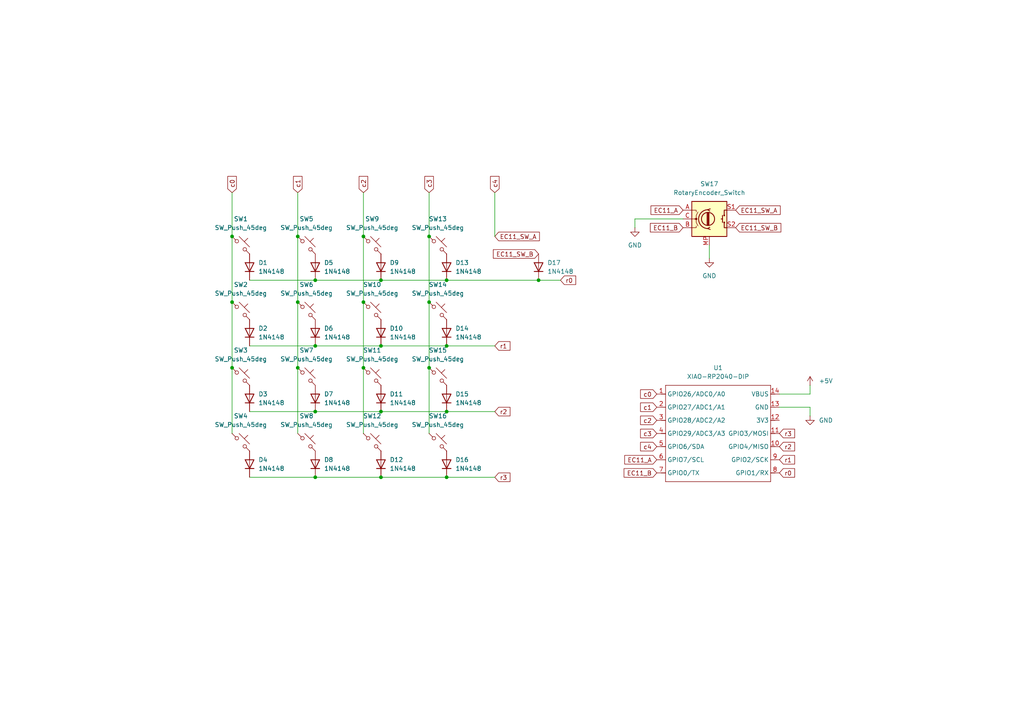
<source format=kicad_sch>
(kicad_sch (version 20250114) (generator "eeschema") (generator_version "9.0")
  (paper "A4")
  (lib_symbols
    (symbol "Device:RotaryEncoder_Switch_MP" (pin_names (offset 0.254) (hide yes))
      (property "Reference" "SW" (at 0 8.89 0))
      (property "Value" "RotaryEncoder_Switch_MP" (at 0 6.35 0))
      (symbol "RotaryEncoder_Switch_MP_0_1"
        (rectangle (start -5.08 5.08) (end 5.08 -5.08) (stroke (width 0.254)) (fill (type background)))
        (polyline (pts (xy -5.08 2.54) (xy -3.81 2.54) (xy -3.81 2.032)))
        (polyline (pts (xy -5.08 0) (xy -3.81 0) (xy -3.81 -1.016) (xy -3.302 -2.032)))
        (polyline (pts (xy -5.08 -2.54) (xy -3.81 -2.54) (xy -3.81 -2.032)))
        (polyline (pts (xy -4.318 0) (xy -3.81 0) (xy -3.81 1.016) (xy -3.302 2.032)))
        (circle (center -3.81 0) (radius 0.254) (fill (type outline)))
        (polyline (pts (xy -0.635 -1.778) (xy -0.635 1.778)) (stroke (width 0.254)))
        (circle (center -0.381 0) (radius 1.905) (stroke (width 0.254)))
        (polyline (pts (xy -0.381 -1.778) (xy -0.381 1.778)) (stroke (width 0.254)))
        (arc (start -0.381 -2.794) (mid -3.0988 -0.0635) (end -0.381 2.667) (stroke (width 0.254)))
        (polyline (pts (xy -0.127 1.778) (xy -0.127 -1.778)) (stroke (width 0.254)))
        (polyline (pts (xy 0.254 2.921) (xy -0.508 2.667) (xy 0.127 2.286)) (stroke (width 0.254)))
        (polyline (pts (xy 0.254 -3.048) (xy -0.508 -2.794) (xy 0.127 -2.413)) (stroke (width 0.254)))
        (polyline (pts (xy 3.81 1.016) (xy 3.81 -1.016)) (stroke (width 0.254)))
        (polyline (pts (xy 3.81 0) (xy 3.429 0)) (stroke (width 0.254)))
        (circle (center 4.318 1.016) (radius 0.127) (stroke (width 0.254)))
        (circle (center 4.318 -1.016) (radius 0.127) (stroke (width 0.254)))
        (polyline (pts (xy 5.08 2.54) (xy 4.318 2.54) (xy 4.318 1.016)) (stroke (width 0.254)))
        (polyline (pts (xy 5.08 -2.54) (xy 4.318 -2.54) (xy 4.318 -1.016)) (stroke (width 0.254)))
      )
      (symbol "RotaryEncoder_Switch_MP_1_1"
        (pin passive line (at -7.62 2.54 0) (length 2.54) (name "A") (number "A"))
        (pin passive line (at -7.62 0 0) (length 2.54) (name "C") (number "C"))
        (pin passive line (at -7.62 -2.54 0) (length 2.54) (name "B") (number "B"))
        (pin passive line (at 0 -7.62 90) (length 2.54) (name "MP") (number "MP"))
        (pin passive line (at 7.62 2.54 180) (length 2.54) (name "S1") (number "S1"))
        (pin passive line (at 7.62 -2.54 180) (length 2.54) (name "S2") (number "S2"))
      )
    )
    (symbol "Diode:1N4148" (pin_numbers (hide yes)) (pin_names (hide yes))
      (property "Reference" "D" (at 0 2.54 0))
      (property "Value" "1N4148" (at 0 -2.54 0))
      (symbol "1N4148_0_1"
        (polyline (pts (xy -1.27 1.27) (xy -1.27 -1.27)) (stroke (width 0.254)))
        (polyline (pts (xy 1.27 1.27) (xy 1.27 -1.27) (xy -1.27 0) (xy 1.27 1.27)) (stroke (width 0.254)))
        (polyline (pts (xy 1.27 0) (xy -1.27 0)))
      )
      (symbol "1N4148_1_1"
        (pin passive line (at -3.81 0 0) (length 2.54) (name "K") (number "1"))
        (pin passive line (at 3.81 0 180) (length 2.54) (name "A") (number "2"))
      )
    )
    (symbol "OPL:XIAO-RP2040-DIP"
      (property "Reference" "U" (at 0 0 0))
      (property "Value" "XIAO-RP2040-DIP" (at 5.334 -1.778 0))
      (symbol "XIAO-RP2040-DIP_1_0"
        (polyline (pts (xy -1.27 -2.54) (xy 29.21 -2.54)) (stroke (width 0.1524)))
        (polyline (pts (xy -1.27 -5.08) (xy -2.54 -5.08)) (stroke (width 0.1524)))
        (polyline (pts (xy -1.27 -5.08) (xy -1.27 -2.54)) (stroke (width 0.1524)))
        (polyline (pts (xy -1.27 -8.89) (xy -2.54 -8.89)) (stroke (width 0.1524)))
        (polyline (pts (xy -1.27 -8.89) (xy -1.27 -5.08)) (stroke (width 0.1524)))
        (polyline (pts (xy -1.27 -12.7) (xy -2.54 -12.7)) (stroke (width 0.1524)))
        (polyline (pts (xy -1.27 -12.7) (xy -1.27 -8.89)) (stroke (width 0.1524)))
        (polyline (pts (xy -1.27 -16.51) (xy -2.54 -16.51)) (stroke (width 0.1524)))
        (polyline (pts (xy -1.27 -16.51) (xy -1.27 -12.7)) (stroke (width 0.1524)))
        (polyline (pts (xy -1.27 -20.32) (xy -2.54 -20.32)) (stroke (width 0.1524)))
        (polyline (pts (xy -1.27 -24.13) (xy -2.54 -24.13)) (stroke (width 0.1524)))
        (polyline (pts (xy -1.27 -27.94) (xy -2.54 -27.94)) (stroke (width 0.1524)))
        (polyline (pts (xy -1.27 -30.48) (xy -1.27 -16.51)) (stroke (width 0.1524)))
        (polyline (pts (xy 29.21 -2.54) (xy 29.21 -5.08)) (stroke (width 0.1524)))
        (polyline (pts (xy 29.21 -5.08) (xy 29.21 -8.89)) (stroke (width 0.1524)))
        (polyline (pts (xy 29.21 -8.89) (xy 29.21 -12.7)) (stroke (width 0.1524)))
        (polyline (pts (xy 29.21 -12.7) (xy 29.21 -30.48)) (stroke (width 0.1524)))
        (polyline (pts (xy 29.21 -30.48) (xy -1.27 -30.48)) (stroke (width 0.1524)))
        (polyline (pts (xy 30.48 -5.08) (xy 29.21 -5.08)) (stroke (width 0.1524)))
        (polyline (pts (xy 30.48 -8.89) (xy 29.21 -8.89)) (stroke (width 0.1524)))
        (polyline (pts (xy 30.48 -12.7) (xy 29.21 -12.7)) (stroke (width 0.1524)))
        (polyline (pts (xy 30.48 -16.51) (xy 29.21 -16.51)) (stroke (width 0.1524)))
        (polyline (pts (xy 30.48 -20.32) (xy 29.21 -20.32)) (stroke (width 0.1524)))
        (polyline (pts (xy 30.48 -24.13) (xy 29.21 -24.13)) (stroke (width 0.1524)))
        (polyline (pts (xy 30.48 -27.94) (xy 29.21 -27.94)) (stroke (width 0.1524)))
        (pin passive line (at -3.81 -5.08 0) (length 2.54) (name "GPIO26/ADC0/A0") (number "1"))
        (pin passive line (at -3.81 -8.89 0) (length 2.54) (name "GPIO27/ADC1/A1") (number "2"))
        (pin passive line (at -3.81 -12.7 0) (length 2.54) (name "GPIO28/ADC2/A2") (number "3"))
        (pin passive line (at -3.81 -16.51 0) (length 2.54) (name "GPIO29/ADC3/A3") (number "4"))
        (pin passive line (at -3.81 -20.32 0) (length 2.54) (name "GPIO6/SDA") (number "5"))
        (pin passive line (at -3.81 -24.13 0) (length 2.54) (name "GPIO7/SCL") (number "6"))
        (pin passive line (at -3.81 -27.94 0) (length 2.54) (name "GPIO0/TX") (number "7"))
        (pin passive line (at 31.75 -5.08 180) (length 2.54) (name "VBUS") (number "14"))
        (pin passive line (at 31.75 -8.89 180) (length 2.54) (name "GND") (number "13"))
        (pin passive line (at 31.75 -12.7 180) (length 2.54) (name "3V3") (number "12"))
        (pin passive line (at 31.75 -16.51 180) (length 2.54) (name "GPIO3/MOSI") (number "11"))
        (pin passive line (at 31.75 -20.32 180) (length 2.54) (name "GPIO4/MISO") (number "10"))
        (pin passive line (at 31.75 -24.13 180) (length 2.54) (name "GPIO2/SCK") (number "9"))
        (pin passive line (at 31.75 -27.94 180) (length 2.54) (name "GPIO1/RX") (number "8"))
      )
    )
    (symbol "Switch:SW_Push_45deg" (pin_numbers (hide yes)) (pin_names (offset 1.016) (hide yes))
      (property "Reference" "SW" (at 3.048 1.016 0))
      (property "Value" "SW_Push_45deg" (at 0 -3.81 0))
      (symbol "SW_Push_45deg_0_1"
        (polyline (pts (xy -2.54 2.54) (xy -1.524 1.524) (xy -1.524 1.524)))
        (circle (center -1.1684 1.1684) (radius 0.508))
        (polyline (pts (xy -0.508 2.54) (xy 2.54 -0.508)))
        (polyline (pts (xy 1.016 1.016) (xy 2.032 2.032)))
        (circle (center 1.143 -1.1938) (radius 0.508))
        (polyline (pts (xy 1.524 -1.524) (xy 2.54 -2.54) (xy 2.54 -2.54) (xy 2.54 -2.54)))
        (pin passive line (at -2.54 2.54 0) (length 0) (name "1") (number "1"))
        (pin passive line (at 2.54 -2.54 180) (length 0) (name "2") (number "2"))
      )
    )
    (symbol "power:+5V" (power) (pin_numbers (hide yes)) (pin_names (offset 0) (hide yes))
      (property "Value" "+5V" (at 0 3.556 0))
      (symbol "+5V_0_1"
        (polyline (pts (xy -0.762 1.27) (xy 0 2.54)))
        (polyline (pts (xy 0 2.54) (xy 0.762 1.27)))
        (polyline (pts (xy 0 0) (xy 0 2.54)))
      )
      (symbol "+5V_1_1"
        (pin power_in line (at 0 0 90) (length 0) (name "~") (number "1"))
      )
    )
    (symbol "power:GND" (power) (pin_numbers (hide yes)) (pin_names (offset 0) (hide yes))
      (property "Value" "GND" (at 0 -3.81 0))
      (symbol "GND_0_1"
        (polyline (pts (xy 0 0) (xy 0 -1.27) (xy 1.27 -1.27) (xy 0 -2.54) (xy -1.27 -1.27) (xy 0 -1.27)))
      )
      (symbol "GND_1_1"
        (pin power_in line (at 0 0 270) (length 0) (name "~") (number "1"))
      )
    )
  )
  (junction (at 129.54 138.43))
  (junction (at 67.31 87.63))
  (junction (at 110.49 138.43))
  (junction (at 129.54 119.38))
  (junction (at 156.21 81.28))
  (junction (at 91.44 100.33))
  (junction (at 124.46 87.63))
  (junction (at 91.44 81.28))
  (junction (at 91.44 138.43))
  (junction (at 105.41 68.58))
  (junction (at 105.41 87.63))
  (junction (at 110.49 119.38))
  (junction (at 67.31 106.68))
  (junction (at 86.36 87.63))
  (junction (at 105.41 106.68))
  (junction (at 110.49 100.33))
  (junction (at 86.36 68.58))
  (junction (at 129.54 100.33))
  (junction (at 67.31 68.58))
  (junction (at 124.46 68.58))
  (junction (at 129.54 81.28))
  (junction (at 124.46 106.68))
  (junction (at 110.49 81.28))
  (junction (at 91.44 119.38))
  (junction (at 86.36 106.68))
  (wire (pts (xy 226.06 118.11) (xy 234.95 118.11)))
  (wire (pts (xy 91.44 100.33) (xy 110.49 100.33)))
  (wire (pts (xy 105.41 106.68) (xy 105.41 125.73)))
  (wire (pts (xy 72.39 119.38) (xy 91.44 119.38)))
  (wire (pts (xy 91.44 138.43) (xy 110.49 138.43)))
  (wire (pts (xy 86.36 106.68) (xy 86.36 125.73)))
  (wire (pts (xy 110.49 81.28) (xy 129.54 81.28)))
  (wire (pts (xy 110.49 138.43) (xy 129.54 138.43)))
  (wire (pts (xy 86.36 87.63) (xy 86.36 106.68)))
  (wire (pts (xy 234.95 111.76) (xy 234.95 114.3)))
  (wire (pts (xy 67.31 106.68) (xy 67.31 125.73)))
  (wire (pts (xy 129.54 119.38) (xy 143.51 119.38)))
  (wire (pts (xy 234.95 118.11) (xy 234.95 120.65)))
  (wire (pts (xy 91.44 119.38) (xy 110.49 119.38)))
  (wire (pts (xy 124.46 55.88) (xy 124.46 68.58)))
  (wire (pts (xy 110.49 100.33) (xy 129.54 100.33)))
  (wire (pts (xy 226.06 114.3) (xy 234.95 114.3)))
  (wire (pts (xy 72.39 100.33) (xy 91.44 100.33)))
  (wire (pts (xy 184.15 63.5) (xy 184.15 66.04)))
  (wire (pts (xy 124.46 68.58) (xy 124.46 87.63)))
  (wire (pts (xy 67.31 55.88) (xy 67.31 68.58)))
  (wire (pts (xy 129.54 81.28) (xy 156.21 81.28)))
  (wire (pts (xy 124.46 106.68) (xy 124.46 125.73)))
  (wire (pts (xy 67.31 87.63) (xy 67.31 106.68)))
  (wire (pts (xy 72.39 138.43) (xy 91.44 138.43)))
  (wire (pts (xy 184.15 63.5) (xy 198.12 63.5)))
  (wire (pts (xy 129.54 138.43) (xy 143.51 138.43)))
  (wire (pts (xy 124.46 87.63) (xy 124.46 106.68)))
  (wire (pts (xy 72.39 81.28) (xy 91.44 81.28)))
  (wire (pts (xy 205.74 71.12) (xy 205.74 74.93)))
  (wire (pts (xy 67.31 68.58) (xy 67.31 87.63)))
  (wire (pts (xy 105.41 68.58) (xy 105.41 87.63)))
  (wire (pts (xy 86.36 55.88) (xy 86.36 68.58)))
  (wire (pts (xy 156.21 81.28) (xy 162.56 81.28)))
  (wire (pts (xy 143.51 55.88) (xy 143.51 68.58)))
  (wire (pts (xy 105.41 55.88) (xy 105.41 68.58)))
  (wire (pts (xy 129.54 100.33) (xy 143.51 100.33)))
  (wire (pts (xy 86.36 68.58) (xy 86.36 87.63)))
  (wire (pts (xy 105.41 87.63) (xy 105.41 106.68)))
  (wire (pts (xy 91.44 81.28) (xy 110.49 81.28)))
  (wire (pts (xy 110.49 119.38) (xy 129.54 119.38)))
  (global_label "r1" (shape input) (at 226.06 133.35 0) (property "Intersheetrefs" "${INTERSHEET_REFS}" (effects (hide yes))))
  (global_label "c0" (shape input) (at 67.31 55.88 90) (property "Intersheetrefs" "${INTERSHEET_REFS}" (effects (hide yes))))
  (global_label "r2" (shape input) (at 226.06 129.54 0) (property "Intersheetrefs" "${INTERSHEET_REFS}" (effects (hide yes))))
  (global_label "c2" (shape input) (at 190.5 121.92 180) (property "Intersheetrefs" "${INTERSHEET_REFS}" (effects (hide yes))))
  (global_label "c2" (shape input) (at 105.41 55.88 90) (property "Intersheetrefs" "${INTERSHEET_REFS}" (effects (hide yes))))
  (global_label "c4" (shape input) (at 143.51 55.88 90) (property "Intersheetrefs" "${INTERSHEET_REFS}" (effects (hide yes))))
  (global_label "c1" (shape input) (at 86.36 55.88 90) (property "Intersheetrefs" "${INTERSHEET_REFS}" (effects (hide yes))))
  (global_label "EC11_B" (shape input) (at 198.12 66.04 180) (property "Intersheetrefs" "${INTERSHEET_REFS}" (effects (hide yes))))
  (global_label "r3" (shape input) (at 143.51 138.43 0) (property "Intersheetrefs" "${INTERSHEET_REFS}" (effects (hide yes))))
  (global_label "r3" (shape input) (at 226.06 125.73 0) (property "Intersheetrefs" "${INTERSHEET_REFS}" (effects (hide yes))))
  (global_label "EC11_A" (shape input) (at 198.12 60.96 180) (property "Intersheetrefs" "${INTERSHEET_REFS}" (effects (hide yes))))
  (global_label "EC11_SW_A" (shape input) (at 143.51 68.58 0) (property "Intersheetrefs" "${INTERSHEET_REFS}" (effects (hide yes))))
  (global_label "EC11_A" (shape input) (at 190.5 133.35 180) (property "Intersheetrefs" "${INTERSHEET_REFS}" (effects (hide yes))))
  (global_label "r2" (shape input) (at 143.51 119.38 0) (property "Intersheetrefs" "${INTERSHEET_REFS}" (effects (hide yes))))
  (global_label "EC11_SW_B" (shape input) (at 213.36 66.04 0) (property "Intersheetrefs" "${INTERSHEET_REFS}" (effects (hide yes))))
  (global_label "EC11_B" (shape input) (at 190.5 137.16 180) (property "Intersheetrefs" "${INTERSHEET_REFS}" (effects (hide yes))))
  (global_label "EC11_SW_A" (shape input) (at 213.36 60.96 0) (property "Intersheetrefs" "${INTERSHEET_REFS}" (effects (hide yes))))
  (global_label "r1" (shape input) (at 143.51 100.33 0) (property "Intersheetrefs" "${INTERSHEET_REFS}" (effects (hide yes))))
  (global_label "c3" (shape input) (at 124.46 55.88 90) (property "Intersheetrefs" "${INTERSHEET_REFS}" (effects (hide yes))))
  (global_label "r0" (shape input) (at 226.06 137.16 0) (property "Intersheetrefs" "${INTERSHEET_REFS}" (effects (hide yes))))
  (global_label "r0" (shape input) (at 162.56 81.28 0) (property "Intersheetrefs" "${INTERSHEET_REFS}" (effects (hide yes))))
  (global_label "EC11_SW_B" (shape input) (at 156.21 73.66 180) (property "Intersheetrefs" "${INTERSHEET_REFS}" (effects (hide yes))))
  (global_label "c1" (shape input) (at 190.5 118.11 180) (property "Intersheetrefs" "${INTERSHEET_REFS}" (effects (hide yes))))
  (global_label "c3" (shape input) (at 190.5 125.73 180) (property "Intersheetrefs" "${INTERSHEET_REFS}" (effects (hide yes))))
  (global_label "c0" (shape input) (at 190.5 114.3 180) (property "Intersheetrefs" "${INTERSHEET_REFS}" (effects (hide yes))))
  (global_label "c4" (shape input) (at 190.5 129.54 180) (property "Intersheetrefs" "${INTERSHEET_REFS}" (effects (hide yes))))
  (symbol (lib_id "Switch:SW_Push_45deg") (at 69.85 128.27 0) (unit 1)
    (property "Reference" "SW4" (at 69.85 120.65 0))
    (property "Value" "SW_Push_45deg" (at 69.85 123.19 0))
    (property "Footprint" "Button_Switch_Keyboard:SW_Cherry_MX_1.00u_PCB" (effects (hide yes)))
    (property "Description" "Push button switch, normally open, two pins, 45° tilted" (effects (hide yes)))
  )
  (symbol (lib_id "Switch:SW_Push_45deg") (at 127 90.17 0) (unit 1)
    (property "Reference" "SW14" (at 127 82.55 0))
    (property "Value" "SW_Push_45deg" (at 127 85.09 0))
    (property "Footprint" "Button_Switch_Keyboard:SW_Cherry_MX_1.00u_PCB" (effects (hide yes)))
    (property "Description" "Push button switch, normally open, two pins, 45° tilted" (effects (hide yes)))
  )
  (symbol (lib_id "Diode:1N4148") (at 91.44 77.47 90) (unit 1)
    (property "Reference" "D5" (at 93.98 76.1999 90) (effects (justify right)))
    (property "Value" "1N4148" (at 93.98 78.7399 90) (effects (justify right)))
    (property "Footprint" "Diode_THT:D_DO-35_SOD27_P7.62mm_Horizontal" (effects (hide yes)))
    (property "Datasheet" "https://assets.nexperia.com/documents/data-sheet/1N4148_1N4448.pdf" (effects (hide yes)))
    (property "Description" "100V 0.15A standard switching diode, DO-35" (effects (hide yes)))
    (property "Sim.Device" "D" (effects (hide yes)))
    (property "Sim.Pins" "1=K 2=A" (effects (hide yes)))
  )
  (symbol (lib_id "Diode:1N4148") (at 129.54 96.52 90) (unit 1)
    (property "Reference" "D14" (at 132.08 95.2499 90) (effects (justify right)))
    (property "Value" "1N4148" (at 132.08 97.7899 90) (effects (justify right)))
    (property "Footprint" "Diode_THT:D_DO-35_SOD27_P7.62mm_Horizontal" (effects (hide yes)))
    (property "Datasheet" "https://assets.nexperia.com/documents/data-sheet/1N4148_1N4448.pdf" (effects (hide yes)))
    (property "Description" "100V 0.15A standard switching diode, DO-35" (effects (hide yes)))
    (property "Sim.Device" "D" (effects (hide yes)))
    (property "Sim.Pins" "1=K 2=A" (effects (hide yes)))
  )
  (symbol (lib_id "OPL:XIAO-RP2040-DIP") (at 194.31 109.22 0) (unit 1)
    (property "Reference" "U1" (at 208.28 106.68 0))
    (property "Value" "XIAO-RP2040-DIP" (at 208.28 109.22 0))
    (property "Footprint" "OPL:XIAO-RP2040-DIP" (effects (hide yes)))
  )
  (symbol (lib_id "power:+5V") (at 234.95 111.76 0) (unit 1)
    (property "Reference" "#PWR01" (effects (hide yes)))
    (property "Value" "+5V" (at 237.49 110.4899 0) (effects (justify left)))
    (property "Description" "Power symbol creates a global label with name \"+5V\"" (effects (hide yes)))
  )
  (symbol (lib_id "Diode:1N4148") (at 91.44 134.62 90) (unit 1)
    (property "Reference" "D8" (at 93.98 133.3499 90) (effects (justify right)))
    (property "Value" "1N4148" (at 93.98 135.8899 90) (effects (justify right)))
    (property "Footprint" "Diode_THT:D_DO-35_SOD27_P7.62mm_Horizontal" (effects (hide yes)))
    (property "Datasheet" "https://assets.nexperia.com/documents/data-sheet/1N4148_1N4448.pdf" (effects (hide yes)))
    (property "Description" "100V 0.15A standard switching diode, DO-35" (effects (hide yes)))
    (property "Sim.Device" "D" (effects (hide yes)))
    (property "Sim.Pins" "1=K 2=A" (effects (hide yes)))
  )
  (symbol (lib_id "Switch:SW_Push_45deg") (at 107.95 71.12 0) (unit 1)
    (property "Reference" "SW9" (at 107.95 63.5 0))
    (property "Value" "SW_Push_45deg" (at 107.95 66.04 0))
    (property "Footprint" "Button_Switch_Keyboard:SW_Cherry_MX_1.00u_PCB" (effects (hide yes)))
    (property "Description" "Push button switch, normally open, two pins, 45° tilted" (effects (hide yes)))
  )
  (symbol (lib_id "Diode:1N4148") (at 129.54 115.57 90) (unit 1)
    (property "Reference" "D15" (at 132.08 114.2999 90) (effects (justify right)))
    (property "Value" "1N4148" (at 132.08 116.8399 90) (effects (justify right)))
    (property "Footprint" "Diode_THT:D_DO-35_SOD27_P7.62mm_Horizontal" (effects (hide yes)))
    (property "Datasheet" "https://assets.nexperia.com/documents/data-sheet/1N4148_1N4448.pdf" (effects (hide yes)))
    (property "Description" "100V 0.15A standard switching diode, DO-35" (effects (hide yes)))
    (property "Sim.Device" "D" (effects (hide yes)))
    (property "Sim.Pins" "1=K 2=A" (effects (hide yes)))
  )
  (symbol (lib_id "Switch:SW_Push_45deg") (at 127 128.27 0) (unit 1)
    (property "Reference" "SW16" (at 127 120.65 0))
    (property "Value" "SW_Push_45deg" (at 127 123.19 0))
    (property "Footprint" "Button_Switch_Keyboard:SW_Cherry_MX_1.00u_PCB" (effects (hide yes)))
    (property "Description" "Push button switch, normally open, two pins, 45° tilted" (effects (hide yes)))
  )
  (symbol (lib_id "Switch:SW_Push_45deg") (at 127 71.12 0) (unit 1)
    (property "Reference" "SW13" (at 127 63.5 0))
    (property "Value" "SW_Push_45deg" (at 127 66.04 0))
    (property "Footprint" "Button_Switch_Keyboard:SW_Cherry_MX_1.00u_PCB" (effects (hide yes)))
    (property "Description" "Push button switch, normally open, two pins, 45° tilted" (effects (hide yes)))
  )
  (symbol (lib_id "Device:RotaryEncoder_Switch_MP") (at 205.74 63.5 0) (unit 1)
    (property "Reference" "SW17" (at 205.74 53.34 0))
    (property "Value" "RotaryEncoder_Switch" (at 205.74 55.88 0))
    (property "Footprint" "Rotary Encoders:RotaryEncoder_Alps_EC11E-Switch_Vertical_H20mm" (effects (hide yes)))
    (property "Description" "Rotary encoder, dual channel, incremental quadrate outputs, with switch and MP Pin" (effects (hide yes)))
  )
  (symbol (lib_id "Diode:1N4148") (at 72.39 115.57 90) (unit 1)
    (property "Reference" "D3" (at 74.93 114.2999 90) (effects (justify right)))
    (property "Value" "1N4148" (at 74.93 116.8399 90) (effects (justify right)))
    (property "Footprint" "Diode_THT:D_DO-35_SOD27_P7.62mm_Horizontal" (effects (hide yes)))
    (property "Datasheet" "https://assets.nexperia.com/documents/data-sheet/1N4148_1N4448.pdf" (effects (hide yes)))
    (property "Description" "100V 0.15A standard switching diode, DO-35" (effects (hide yes)))
    (property "Sim.Device" "D" (effects (hide yes)))
    (property "Sim.Pins" "1=K 2=A" (effects (hide yes)))
  )
  (symbol (lib_id "Switch:SW_Push_45deg") (at 69.85 90.17 0) (unit 1)
    (property "Reference" "SW2" (at 69.85 82.55 0))
    (property "Value" "SW_Push_45deg" (at 69.85 85.09 0))
    (property "Footprint" "Button_Switch_Keyboard:SW_Cherry_MX_1.00u_PCB" (effects (hide yes)))
    (property "Description" "Push button switch, normally open, two pins, 45° tilted" (effects (hide yes)))
  )
  (symbol (lib_id "Switch:SW_Push_45deg") (at 107.95 90.17 0) (unit 1)
    (property "Reference" "SW10" (at 107.95 82.55 0))
    (property "Value" "SW_Push_45deg" (at 107.95 85.09 0))
    (property "Footprint" "Button_Switch_Keyboard:SW_Cherry_MX_1.00u_PCB" (effects (hide yes)))
    (property "Description" "Push button switch, normally open, two pins, 45° tilted" (effects (hide yes)))
  )
  (symbol (lib_id "Diode:1N4148") (at 72.39 134.62 90) (unit 1)
    (property "Reference" "D4" (at 74.93 133.3499 90) (effects (justify right)))
    (property "Value" "1N4148" (at 74.93 135.8899 90) (effects (justify right)))
    (property "Footprint" "Diode_THT:D_DO-35_SOD27_P7.62mm_Horizontal" (effects (hide yes)))
    (property "Datasheet" "https://assets.nexperia.com/documents/data-sheet/1N4148_1N4448.pdf" (effects (hide yes)))
    (property "Description" "100V 0.15A standard switching diode, DO-35" (effects (hide yes)))
    (property "Sim.Device" "D" (effects (hide yes)))
    (property "Sim.Pins" "1=K 2=A" (effects (hide yes)))
  )
  (symbol (lib_id "Switch:SW_Push_45deg") (at 69.85 71.12 0) (unit 1)
    (property "Reference" "SW1" (at 69.85 63.5 0))
    (property "Value" "SW_Push_45deg" (at 69.85 66.04 0))
    (property "Footprint" "Button_Switch_Keyboard:SW_Cherry_MX_1.00u_PCB" (effects (hide yes)))
    (property "Description" "Push button switch, normally open, two pins, 45° tilted" (effects (hide yes)))
  )
  (symbol (lib_id "Switch:SW_Push_45deg") (at 107.95 109.22 0) (unit 1)
    (property "Reference" "SW11" (at 107.95 101.6 0))
    (property "Value" "SW_Push_45deg" (at 107.95 104.14 0))
    (property "Footprint" "Button_Switch_Keyboard:SW_Cherry_MX_1.00u_PCB" (effects (hide yes)))
    (property "Description" "Push button switch, normally open, two pins, 45° tilted" (effects (hide yes)))
  )
  (symbol (lib_id "Switch:SW_Push_45deg") (at 88.9 128.27 0) (unit 1)
    (property "Reference" "SW8" (at 88.9 120.65 0))
    (property "Value" "SW_Push_45deg" (at 88.9 123.19 0))
    (property "Footprint" "Button_Switch_Keyboard:SW_Cherry_MX_1.00u_PCB" (effects (hide yes)))
    (property "Description" "Push button switch, normally open, two pins, 45° tilted" (effects (hide yes)))
  )
  (symbol (lib_id "Diode:1N4148") (at 129.54 77.47 90) (unit 1)
    (property "Reference" "D13" (at 132.08 76.1999 90) (effects (justify right)))
    (property "Value" "1N4148" (at 132.08 78.7399 90) (effects (justify right)))
    (property "Footprint" "Diode_THT:D_DO-35_SOD27_P7.62mm_Horizontal" (effects (hide yes)))
    (property "Datasheet" "https://assets.nexperia.com/documents/data-sheet/1N4148_1N4448.pdf" (effects (hide yes)))
    (property "Description" "100V 0.15A standard switching diode, DO-35" (effects (hide yes)))
    (property "Sim.Device" "D" (effects (hide yes)))
    (property "Sim.Pins" "1=K 2=A" (effects (hide yes)))
  )
  (symbol (lib_id "power:GND") (at 205.74 74.93 0) (unit 1)
    (property "Reference" "#PWR04" (effects (hide yes)))
    (property "Value" "GND" (at 205.74 80.01 0))
    (property "Description" "Power symbol creates a global label with name \"GND\" , ground" (effects (hide yes)))
  )
  (symbol (lib_id "Diode:1N4148") (at 91.44 115.57 90) (unit 1)
    (property "Reference" "D7" (at 93.98 114.2999 90) (effects (justify right)))
    (property "Value" "1N4148" (at 93.98 116.8399 90) (effects (justify right)))
    (property "Footprint" "Diode_THT:D_DO-35_SOD27_P7.62mm_Horizontal" (effects (hide yes)))
    (property "Datasheet" "https://assets.nexperia.com/documents/data-sheet/1N4148_1N4448.pdf" (effects (hide yes)))
    (property "Description" "100V 0.15A standard switching diode, DO-35" (effects (hide yes)))
    (property "Sim.Device" "D" (effects (hide yes)))
    (property "Sim.Pins" "1=K 2=A" (effects (hide yes)))
  )
  (symbol (lib_id "Diode:1N4148") (at 129.54 134.62 90) (unit 1)
    (property "Reference" "D16" (at 132.08 133.3499 90) (effects (justify right)))
    (property "Value" "1N4148" (at 132.08 135.8899 90) (effects (justify right)))
    (property "Footprint" "Diode_THT:D_DO-35_SOD27_P7.62mm_Horizontal" (effects (hide yes)))
    (property "Datasheet" "https://assets.nexperia.com/documents/data-sheet/1N4148_1N4448.pdf" (effects (hide yes)))
    (property "Description" "100V 0.15A standard switching diode, DO-35" (effects (hide yes)))
    (property "Sim.Device" "D" (effects (hide yes)))
    (property "Sim.Pins" "1=K 2=A" (effects (hide yes)))
  )
  (symbol (lib_id "Diode:1N4148") (at 110.49 134.62 90) (unit 1)
    (property "Reference" "D12" (at 113.03 133.3499 90) (effects (justify right)))
    (property "Value" "1N4148" (at 113.03 135.8899 90) (effects (justify right)))
    (property "Footprint" "Diode_THT:D_DO-35_SOD27_P7.62mm_Horizontal" (effects (hide yes)))
    (property "Datasheet" "https://assets.nexperia.com/documents/data-sheet/1N4148_1N4448.pdf" (effects (hide yes)))
    (property "Description" "100V 0.15A standard switching diode, DO-35" (effects (hide yes)))
    (property "Sim.Device" "D" (effects (hide yes)))
    (property "Sim.Pins" "1=K 2=A" (effects (hide yes)))
  )
  (symbol (lib_id "Diode:1N4148") (at 72.39 96.52 90) (unit 1)
    (property "Reference" "D2" (at 74.93 95.2499 90) (effects (justify right)))
    (property "Value" "1N4148" (at 74.93 97.7899 90) (effects (justify right)))
    (property "Footprint" "Diode_THT:D_DO-35_SOD27_P7.62mm_Horizontal" (effects (hide yes)))
    (property "Datasheet" "https://assets.nexperia.com/documents/data-sheet/1N4148_1N4448.pdf" (effects (hide yes)))
    (property "Description" "100V 0.15A standard switching diode, DO-35" (effects (hide yes)))
    (property "Sim.Device" "D" (effects (hide yes)))
    (property "Sim.Pins" "1=K 2=A" (effects (hide yes)))
  )
  (symbol (lib_id "Switch:SW_Push_45deg") (at 88.9 71.12 0) (unit 1)
    (property "Reference" "SW5" (at 88.9 63.5 0))
    (property "Value" "SW_Push_45deg" (at 88.9 66.04 0))
    (property "Footprint" "Button_Switch_Keyboard:SW_Cherry_MX_1.00u_PCB" (effects (hide yes)))
    (property "Description" "Push button switch, normally open, two pins, 45° tilted" (effects (hide yes)))
  )
  (symbol (lib_id "Switch:SW_Push_45deg") (at 88.9 109.22 0) (unit 1)
    (property "Reference" "SW7" (at 88.9 101.6 0))
    (property "Value" "SW_Push_45deg" (at 88.9 104.14 0))
    (property "Footprint" "Button_Switch_Keyboard:SW_Cherry_MX_1.00u_PCB" (effects (hide yes)))
    (property "Description" "Push button switch, normally open, two pins, 45° tilted" (effects (hide yes)))
  )
  (symbol (lib_id "Diode:1N4148") (at 156.21 77.47 90) (unit 1)
    (property "Reference" "D17" (at 158.75 76.1999 90) (effects (justify right)))
    (property "Value" "1N4148" (at 158.75 78.7399 90) (effects (justify right)))
    (property "Footprint" "Diode_THT:D_DO-35_SOD27_P7.62mm_Horizontal" (effects (hide yes)))
    (property "Datasheet" "https://assets.nexperia.com/documents/data-sheet/1N4148_1N4448.pdf" (effects (hide yes)))
    (property "Description" "100V 0.15A standard switching diode, DO-35" (effects (hide yes)))
    (property "Sim.Device" "D" (effects (hide yes)))
    (property "Sim.Pins" "1=K 2=A" (effects (hide yes)))
  )
  (symbol (lib_id "power:GND") (at 234.95 120.65 0) (unit 1)
    (property "Reference" "#PWR02" (effects (hide yes)))
    (property "Value" "GND" (at 237.49 121.9199 0) (effects (justify left)))
    (property "Description" "Power symbol creates a global label with name \"GND\" , ground" (effects (hide yes)))
  )
  (symbol (lib_id "Diode:1N4148") (at 91.44 96.52 90) (unit 1)
    (property "Reference" "D6" (at 93.98 95.2499 90) (effects (justify right)))
    (property "Value" "1N4148" (at 93.98 97.7899 90) (effects (justify right)))
    (property "Footprint" "Diode_THT:D_DO-35_SOD27_P7.62mm_Horizontal" (effects (hide yes)))
    (property "Datasheet" "https://assets.nexperia.com/documents/data-sheet/1N4148_1N4448.pdf" (effects (hide yes)))
    (property "Description" "100V 0.15A standard switching diode, DO-35" (effects (hide yes)))
    (property "Sim.Device" "D" (effects (hide yes)))
    (property "Sim.Pins" "1=K 2=A" (effects (hide yes)))
  )
  (symbol (lib_id "Switch:SW_Push_45deg") (at 127 109.22 0) (unit 1)
    (property "Reference" "SW15" (at 127 101.6 0))
    (property "Value" "SW_Push_45deg" (at 127 104.14 0))
    (property "Footprint" "Button_Switch_Keyboard:SW_Cherry_MX_1.00u_PCB" (effects (hide yes)))
    (property "Description" "Push button switch, normally open, two pins, 45° tilted" (effects (hide yes)))
  )
  (symbol (lib_id "Switch:SW_Push_45deg") (at 88.9 90.17 0) (unit 1)
    (property "Reference" "SW6" (at 88.9 82.55 0))
    (property "Value" "SW_Push_45deg" (at 88.9 85.09 0))
    (property "Footprint" "Button_Switch_Keyboard:SW_Cherry_MX_1.00u_PCB" (effects (hide yes)))
    (property "Description" "Push button switch, normally open, two pins, 45° tilted" (effects (hide yes)))
  )
  (symbol (lib_id "Diode:1N4148") (at 110.49 77.47 90) (unit 1)
    (property "Reference" "D9" (at 113.03 76.1999 90) (effects (justify right)))
    (property "Value" "1N4148" (at 113.03 78.7399 90) (effects (justify right)))
    (property "Footprint" "Diode_THT:D_DO-35_SOD27_P7.62mm_Horizontal" (effects (hide yes)))
    (property "Datasheet" "https://assets.nexperia.com/documents/data-sheet/1N4148_1N4448.pdf" (effects (hide yes)))
    (property "Description" "100V 0.15A standard switching diode, DO-35" (effects (hide yes)))
    (property "Sim.Device" "D" (effects (hide yes)))
    (property "Sim.Pins" "1=K 2=A" (effects (hide yes)))
  )
  (symbol (lib_id "Diode:1N4148") (at 72.39 77.47 90) (unit 1)
    (property "Reference" "D1" (at 74.93 76.1999 90) (effects (justify right)))
    (property "Value" "1N4148" (at 74.93 78.7399 90) (effects (justify right)))
    (property "Footprint" "Diode_THT:D_DO-35_SOD27_P7.62mm_Horizontal" (effects (hide yes)))
    (property "Datasheet" "https://assets.nexperia.com/documents/data-sheet/1N4148_1N4448.pdf" (effects (hide yes)))
    (property "Description" "100V 0.15A standard switching diode, DO-35" (effects (hide yes)))
    (property "Sim.Device" "D" (effects (hide yes)))
    (property "Sim.Pins" "1=K 2=A" (effects (hide yes)))
  )
  (symbol (lib_id "Diode:1N4148") (at 110.49 96.52 90) (unit 1)
    (property "Reference" "D10" (at 113.03 95.2499 90) (effects (justify right)))
    (property "Value" "1N4148" (at 113.03 97.7899 90) (effects (justify right)))
    (property "Footprint" "Diode_THT:D_DO-35_SOD27_P7.62mm_Horizontal" (effects (hide yes)))
    (property "Datasheet" "https://assets.nexperia.com/documents/data-sheet/1N4148_1N4448.pdf" (effects (hide yes)))
    (property "Description" "100V 0.15A standard switching diode, DO-35" (effects (hide yes)))
    (property "Sim.Device" "D" (effects (hide yes)))
    (property "Sim.Pins" "1=K 2=A" (effects (hide yes)))
  )
  (symbol (lib_id "Switch:SW_Push_45deg") (at 107.95 128.27 0) (unit 1)
    (property "Reference" "SW12" (at 107.95 120.65 0))
    (property "Value" "SW_Push_45deg" (at 107.95 123.19 0))
    (property "Footprint" "Button_Switch_Keyboard:SW_Cherry_MX_1.00u_PCB" (effects (hide yes)))
    (property "Description" "Push button switch, normally open, two pins, 45° tilted" (effects (hide yes)))
  )
  (symbol (lib_id "Diode:1N4148") (at 110.49 115.57 90) (unit 1)
    (property "Reference" "D11" (at 113.03 114.2999 90) (effects (justify right)))
    (property "Value" "1N4148" (at 113.03 116.8399 90) (effects (justify right)))
    (property "Footprint" "Diode_THT:D_DO-35_SOD27_P7.62mm_Horizontal" (effects (hide yes)))
    (property "Datasheet" "https://assets.nexperia.com/documents/data-sheet/1N4148_1N4448.pdf" (effects (hide yes)))
    (property "Description" "100V 0.15A standard switching diode, DO-35" (effects (hide yes)))
    (property "Sim.Device" "D" (effects (hide yes)))
    (property "Sim.Pins" "1=K 2=A" (effects (hide yes)))
  )
  (symbol (lib_id "power:GND") (at 184.15 66.04 0) (unit 1)
    (property "Reference" "#PWR03" (effects (hide yes)))
    (property "Value" "GND" (at 184.15 71.12 0))
    (property "Description" "Power symbol creates a global label with name \"GND\" , ground" (effects (hide yes)))
  )
  (symbol (lib_id "Switch:SW_Push_45deg") (at 69.85 109.22 0) (unit 1)
    (property "Reference" "SW3" (at 69.85 101.6 0))
    (property "Value" "SW_Push_45deg" (at 69.85 104.14 0))
    (property "Footprint" "Button_Switch_Keyboard:SW_Cherry_MX_1.00u_PCB" (effects (hide yes)))
    (property "Description" "Push button switch, normally open, two pins, 45° tilted" (effects (hide yes)))
  )
)
</source>
